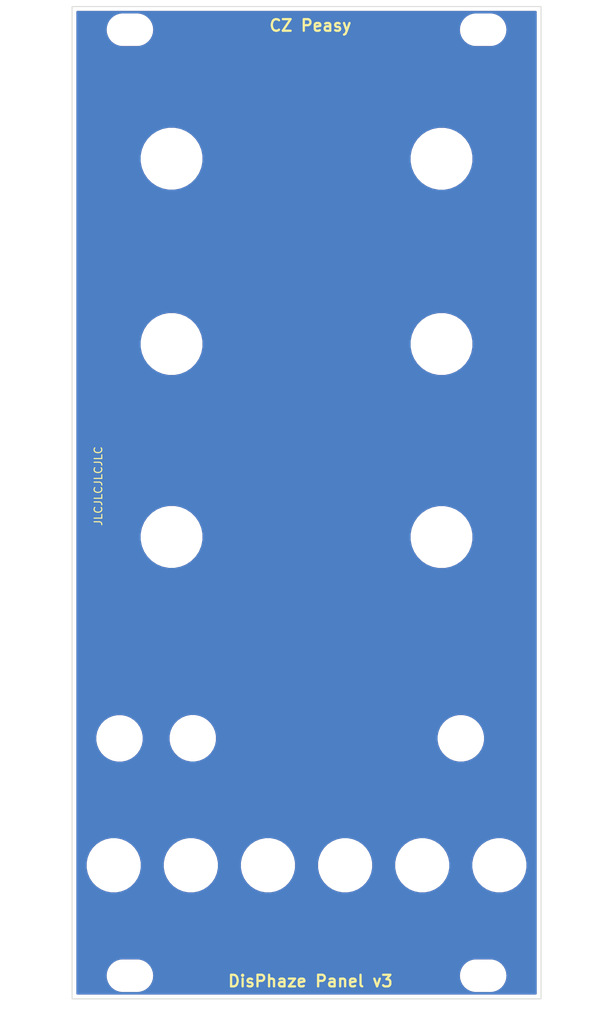
<source format=kicad_pcb>
(kicad_pcb (version 20211014) (generator pcbnew)
  (layers (0 "F.Cu" signal) (31 "B.Cu" signal) (34 "B.Paste" user) (35 "F.Paste" user) (36 "B.SilkS" user "B.Silkscreen") (37 "F.SilkS" user "F.Silkscreen") (38 "B.Mask" user) (39 "F.Mask" user) (44 "Edge.Cuts" user))
  (net 0 "")
  (footprint "Custom_Footprints:Oval_Mounting_Hole" (layer "F.Cu") (at 152.9 43.8)
    (fp_text reference "Ref**" hide)
    (fp_text value "Oval_Mounting_Hole")
    (pad "" np_thru_hole oval locked (at 0 0) (size 5 3.2) (drill oval 5 3.2) (layers *.Cu *.Mask))
  )
  (footprint "Custom_Footprints:Oval_Mounting_Hole" (layer "F.Cu") (at 107.1 43.8)
    (fp_text reference "Ref**" hide)
    (fp_text value "Oval_Mounting_Hole")
    (pad "" np_thru_hole oval locked (at 0 0) (size 5 3.2) (drill oval 5 3.2) (layers *.Cu *.Mask))
  )
  (footprint "Custom_Footprints:Oval_Mounting_Hole" (layer "F.Cu") (at 152.9 166.3)
    (fp_text reference "Ref**" hide)
    (fp_text value "Oval_Mounting_Hole")
    (pad "" np_thru_hole oval locked (at 0 0) (size 5 3.2) (drill oval 5 3.2) (layers *.Cu *.Mask))
  )
  (footprint "Custom_Footprints:Oval_Mounting_Hole" (layer "F.Cu") (at 107.1 166.3)
    (fp_text reference "Ref**" hide)
    (fp_text value "Oval_Mounting_Hole")
    (pad "" np_thru_hole oval locked (at 0 0) (size 5 3.2) (drill oval 5 3.2) (layers *.Cu *.Mask))
  )
  (footprint "Custom_Footprints:Alpha_9mm_pot_hole" (layer "B.Cu") (at 147.5 60.51)
    (fp_text reference "Ref**" hide)
    (fp_text value "Alpha_9mm_pot" hide)
    (pad "" np_thru_hole circle locked (at 0 0) (size 7 7) (drill 7) (layers *.Cu *.Mask))
  )
  (footprint "Custom_Footprints:Alpha_9mm_pot_hole" (layer "B.Cu") (at 112.5 109.48)
    (fp_text reference "Ref**" hide)
    (fp_text value "Alpha_9mm_pot" hide)
    (pad "" np_thru_hole circle locked (at 0 0) (size 7 7) (drill 7) (layers *.Cu *.Mask))
  )
  (footprint "Custom_Footprints:Alpha_9mm_pot_hole" (layer "B.Cu") (at 147.5 84.5)
    (fp_text reference "Ref**" hide)
    (fp_text value "Alpha_9mm_pot" hide)
    (pad "" np_thru_hole circle locked (at 0 0) (size 7 7) (drill 7) (layers *.Cu *.Mask))
  )
  (footprint "Custom_Footprints:Alpha_9mm_pot_hole" (layer "B.Cu") (at 112.5 84.5)
    (fp_text reference "Ref**" hide)
    (fp_text value "Alpha_9mm_pot" hide)
    (pad "" np_thru_hole circle locked (at 0 0) (size 7 7) (drill 7) (layers *.Cu *.Mask))
  )
  (footprint "Custom_Footprints:Alpha_9mm_pot_hole" (layer "B.Cu") (at 112.5 60.5)
    (fp_text reference "Ref**" hide)
    (fp_text value "Alpha_9mm_pot" hide)
    (pad "" np_thru_hole circle locked (at 0 0) (size 7 7) (drill 7) (layers *.Cu *.Mask))
  )
  (footprint "Custom_Footprints:Sub_Miniature_Switch_MountingHole_5mm" (layer "B.Cu") (at 150 135.56)
    (fp_text reference "Ref**" hide)
    (fp_text value "Subminiature_Switch" hide)
    (pad "" np_thru_hole circle locked (at 0 0) (size 5 5) (drill 5) (layers *.Cu *.Mask))
  )
  (footprint "Custom_Footprints:Sub_Miniature_Switch_MountingHole_5mm" (layer "B.Cu") (at 115.25 135.55)
    (fp_text reference "Ref**" hide)
    (fp_text value "Subminiature_Switch" hide)
    (pad "" np_thru_hole circle locked (at 0 0) (size 5 5) (drill 5) (layers *.Cu *.Mask))
  )
  (footprint "Custom_Footprints:Sub_Miniature_Switch_MountingHole_5mm" (layer "B.Cu") (at 105.75 135.57)
    (fp_text reference "Ref**" hide)
    (fp_text value "Subminiature_Switch" hide)
    (pad "" np_thru_hole circle locked (at 0 0) (size 5 5) (drill 5) (layers *.Cu *.Mask))
  )
  (footprint "Custom_Footprints:Thonkiconn_Socket_MountingHole_6mm" (layer "B.Cu") (at 155 152)
    (fp_text reference "Ref**" hide)
    (fp_text value "Thonkiconn_Socket_MountingHole_6mm")
    (pad "" np_thru_hole circle locked (at 0 0) (size 6 6) (drill 6) (layers *.Cu *.Mask))
  )
  (footprint "Custom_Footprints:Thonkiconn_Socket_MountingHole_6mm" (layer "B.Cu") (at 145 152)
    (fp_text reference "Ref**" hide)
    (fp_text value "Thonkiconn_Socket_MountingHole_6mm")
    (pad "" np_thru_hole circle locked (at 0 0) (size 6 6) (drill 6) (layers *.Cu *.Mask))
  )
  (footprint "Custom_Footprints:Thonkiconn_Socket_MountingHole_6mm" (layer "B.Cu") (at 135 152)
    (fp_text reference "Ref**" hide)
    (fp_text value "Thonkiconn_Socket_MountingHole_6mm")
    (pad "" np_thru_hole circle locked (at 0 0) (size 6 6) (drill 6) (layers *.Cu *.Mask))
  )
  (footprint "Custom_Footprints:Thonkiconn_Socket_MountingHole_6mm" (layer "B.Cu") (at 125 152)
    (fp_text reference "Ref**" hide)
    (fp_text value "Thonkiconn_Socket_MountingHole_6mm")
    (pad "" np_thru_hole circle locked (at 0 0) (size 6 6) (drill 6) (layers *.Cu *.Mask))
  )
  (footprint "Custom_Footprints:Thonkiconn_Socket_MountingHole_6mm" (layer "B.Cu") (at 115 152)
    (fp_text reference "Ref**" hide)
    (fp_text value "Thonkiconn_Socket_MountingHole_6mm")
    (pad "" np_thru_hole circle locked (at 0 0) (size 6 6) (drill 6) (layers *.Cu *.Mask))
  )
  (footprint "Custom_Footprints:Thonkiconn_Socket_MountingHole_6mm" (layer "B.Cu") (at 105 152)
    (fp_text reference "Ref**" hide)
    (fp_text value "Thonkiconn_Socket_MountingHole_6mm")
    (pad "" np_thru_hole circle locked (at 0 0) (size 6 6) (drill 6) (layers *.Cu *.Mask))
  )
  (footprint "Custom_Footprints:Alpha_9mm_pot_hole" (layer "B.Cu") (at 147.5 109.5)
    (fp_text reference "Ref**" hide)
    (fp_text value "Alpha_9mm_pot" hide)
    (pad "" np_thru_hole circle locked (at 0 0) (size 7 7) (drill 7) (layers *.Cu *.Mask))
  )
  (footprint "logo:disphaze" (layer "B.Cu") (at 129.7 45.1 180)
    (fp_text reference "G1" hide)
    (fp_text value "LOGO" hide)
  )
  (gr_line (start 99.6 40.8) (end 99.6 169.3) (layer "Edge.Cuts") (width 0.1))
  (gr_line (start 99.6 169.3) (end 160.4 169.3) (layer "Edge.Cuts") (width 0.1))
  (gr_line (start 99.6 40.8) (end 160.4 40.8) (layer "Edge.Cuts") (width 0.1))
  (gr_line (start 160.4 40.8) (end 160.4 169.3) (layer "Edge.Cuts") (width 0.1))
  (gr_text "CZ Peasy" (at 130.5 43.25) (layer "F.SilkS") (effects (font (size 1.5 1.5) (thickness 0.3))))
  (gr_text "JLCJLCJLCJLC" (at 103 102.9 90) (layer "F.SilkS") (effects (font (size 1 1))))
  (gr_text "DisPhaze Panel v3" (at 130.5 167) (layer "F.SilkS") (effects (font (size 1.5 1.5) (thickness 0.3))))
  (zone (net 0) (net_name "") (layer "F.Cu") (connect_pads (clearance 0.508)) (min_thickness 0.254) (fill yes (thermal_gap 0.508) (thermal_bridge_width 0.508))
    (polygon (pts (xy 99.65 40.85) (xy 160.35 40.85) (xy 160.35 169.25) (xy 99.65 169.25)))
  )
  (zone (net 0) (net_name "") (layer "B.Cu") (connect_pads (clearance 0.508)) (min_thickness 0.254) (fill yes (thermal_gap 0.508) (thermal_bridge_width 0.508))
    (polygon (pts (xy 160.4 40.8) (xy 160.4 169.3) (xy 99.6 169.3) (xy 99.6 98) (xy 99.6 40.8)))
  )
)
</source>
